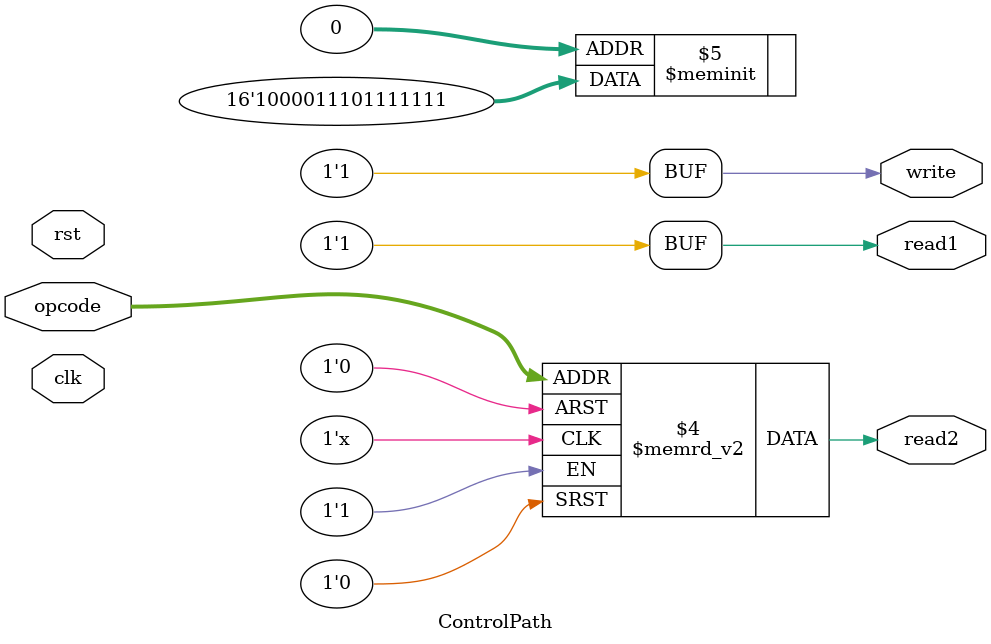
<source format=v>
`timescale 1ns / 1ps
`timescale 1ns / 1ps

module ControlPath (clk, rst, read1, read2, write, opcode);
    input clk, rst;
    output reg read1, read2, write;
    input [3:0] opcode;    

    always @(*) begin
        read1 <= 1;
        write <= 1;
        case(opcode)
            4'b0000: begin
                read2 <= 1;
            end
            4'b0001: begin
                read2 <= 1;
            end
            4'b0010: begin
                read2 <= 1;
            end
            4'b0011: begin
                read2 <= 1;
            end
            4'b0100: begin
                read2 <= 1;
            end
            4'b0101: begin
                read2 <= 1;
            end
            4'b0110: begin
                read2 <= 1;
            end
            4'b1000: begin
                read2 <= 1;
            end
            4'b1001: begin
                read2 <= 1;
            end
            4'b1010: begin
                read2 <= 1;
            end
            4'b1111: begin
                read2 <= 1;
            end  
            4'b0111: begin
                read2 <= 0;
            end  
            4'b1011: begin
                read2 <= 0;
            end  
            4'b1100: begin
                read2 <= 0;
            end  
            4'b1101: begin
                read2 <= 0;
            end   
            4'b1110: begin
                read2 <= 0;
            end    
        endcase
    end
endmodule

</source>
